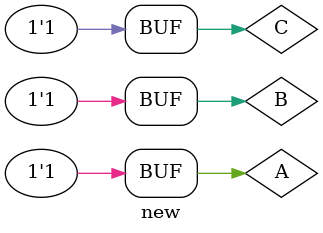
<source format=v>
module fa(output S,O, input A,B,C);
  wire t1,t2,t3;
  and(t1,A,B),(t2,B,C),(t3,A,C);
  xor(S,A,B,C);
  or(O,t1,t2,t3);
endmodule

module new;
  reg A,B,C;
  wire S,O;
  fa instance0(S,O,A,B,C);
  initial begin
    $dumpfile("fulladder.vcd");
    $dumpvars(1);
    $display("Full Adder \nA B C     S O");
    $monitor(A," ", B, " ", C, "     ",S," ",O);
    A=0;B=0;C=0;
    #1; A=0;B=0;C=1;
    #1; A=0;B=1;C=0;
    #1; A=0;B=1;C=1;
    #1; A=1;B=0;C=0;
    #1; A=1;B=0;C=1;
    #1; A=1;B=1;C=0;
    #1; A=1;B=1;C=1;
    #1;
  end 
endmodule
</source>
